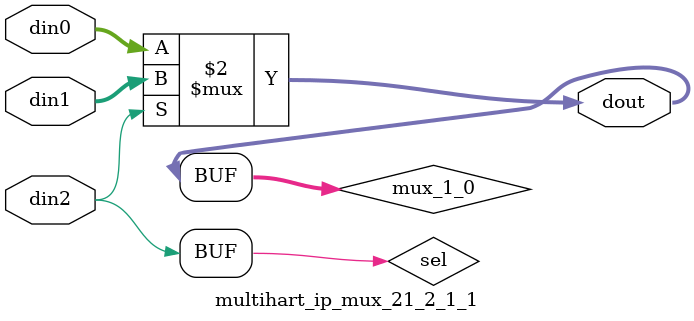
<source format=v>

`timescale 1ns/1ps

module multihart_ip_mux_21_2_1_1 #(
parameter
    ID                = 0,
    NUM_STAGE         = 1,
    din0_WIDTH       = 32,
    din1_WIDTH       = 32,
    din2_WIDTH         = 32,
    dout_WIDTH            = 32
)(
    input  [1 : 0]     din0,
    input  [1 : 0]     din1,
    input  [0 : 0]    din2,
    output [1 : 0]   dout);

// puts internal signals
wire [0 : 0]     sel;
// level 1 signals
wire [1 : 0]         mux_1_0;

assign sel = din2;

// Generate level 1 logic
assign mux_1_0 = (sel[0] == 0)? din0 : din1;

// output logic
assign dout = mux_1_0;

endmodule

</source>
